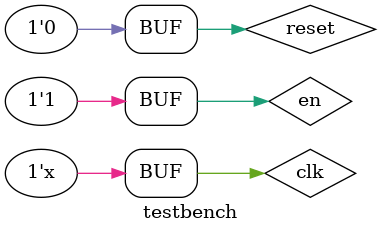
<source format=v>
`timescale 1 ns / 100 ps
module testbench();

    
    reg clk, en, reset;
    parameter T = 10;
    wire [5:0] hour, min, sec;
    wire h_en, m_en; 

    initial begin
        clk = 0;
        reset = 0;
        en = 1;
        
        #(10*T/2) en = 0;
        #(3*T/2)  en = 1;
        # (3*T/2) reset = 1;
        # (4*T/2) reset = 0;
        end
        
        
    always #(T/2) clk = ~clk;


    regular_clock C0 (clk, reset, en, hour, min, sec, h_en, m_en);
    
endmodule

</source>
